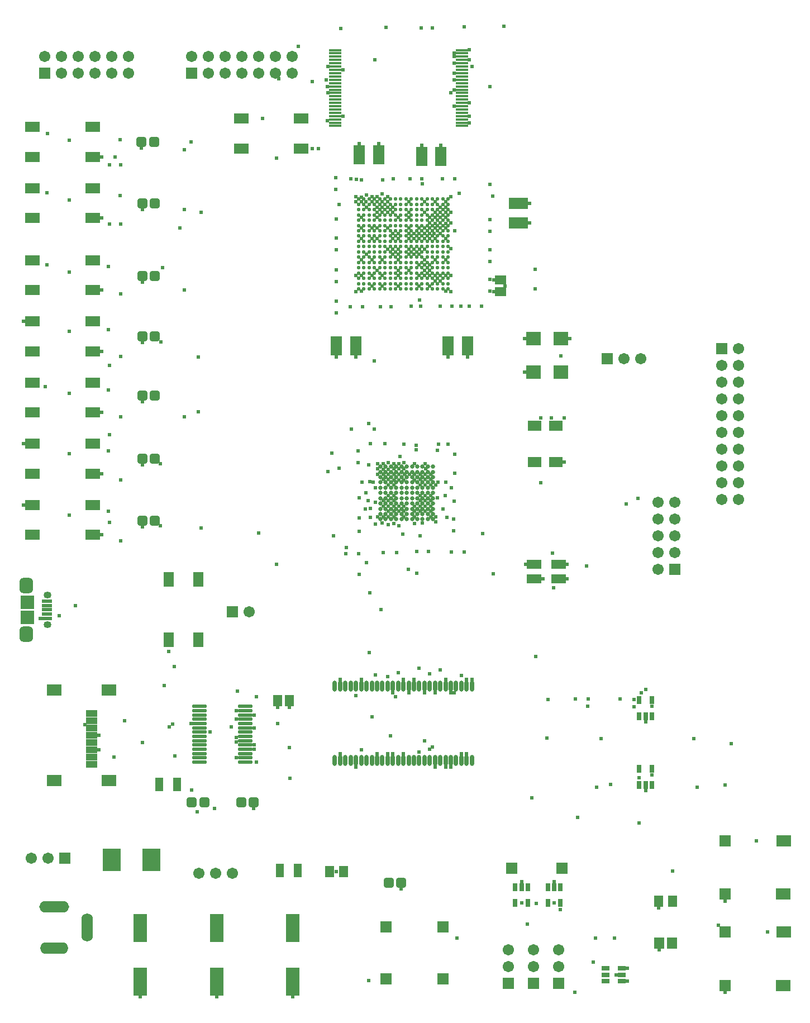
<source format=gts>
%FSTAX23Y23*%
%MOIN*%
%SFA1B1*%

%IPPOS*%
%AMD80*
4,1,8,-0.018700,-0.029000,0.018700,-0.029000,0.029000,-0.018700,0.029000,0.018700,0.018700,0.029000,-0.018700,0.029000,-0.029000,0.018700,-0.029000,-0.018700,-0.018700,-0.029000,0.0*
1,1,0.020504,-0.018700,-0.018700*
1,1,0.020504,0.018700,-0.018700*
1,1,0.020504,0.018700,0.018700*
1,1,0.020504,-0.018700,0.018700*
%
%AMD110*
4,1,8,0.018700,0.045300,-0.018700,0.045300,-0.041400,0.022600,-0.041400,-0.022600,-0.018700,-0.045300,0.018700,-0.045300,0.041400,-0.022600,0.041400,0.022600,0.018700,0.045300,0.0*
1,1,0.045402,0.018700,0.022600*
1,1,0.045402,-0.018700,0.022600*
1,1,0.045402,-0.018700,-0.022600*
1,1,0.045402,0.018700,-0.022600*
%
%ADD77R,0.074929X0.015874*%
%ADD78C,0.025716*%
%ADD79R,0.082803X0.059181*%
G04~CAMADD=80~8~0.0~0.0~580.0~580.0~102.5~0.0~15~0.0~0.0~0.0~0.0~0~0.0~0.0~0.0~0.0~0~0.0~0.0~0.0~180.0~580.0~580.0*
%ADD80D80*%
%ADD81C,0.022173*%
%ADD82R,0.061149X0.069023*%
%ADD83R,0.031622X0.051307*%
%ADD84R,0.057212X0.067055*%
%ADD85R,0.070992X0.118236*%
%ADD86R,0.065086X0.053275*%
%ADD87R,0.086740X0.078866*%
%ADD88R,0.086740X0.055244*%
%ADD89R,0.078866X0.165480*%
%ADD90R,0.051307X0.078866*%
%ADD91R,0.049338X0.031622*%
%ADD92O,0.027685X0.065086*%
%ADD93O,0.090677X0.021779*%
%ADD94R,0.090677X0.063118*%
%ADD95R,0.086740X0.067055*%
%ADD96R,0.067055X0.067055*%
%ADD97R,0.061149X0.023748*%
%ADD98R,0.082803X0.078866*%
%ADD99R,0.063118X0.090677*%
%ADD100R,0.118236X0.070992*%
%ADD101R,0.086740X0.065086*%
%ADD102R,0.067055X0.039496*%
%ADD103R,0.053275X0.065086*%
%ADD104R,0.106425X0.135952*%
%ADD105R,0.067055X0.067055*%
%ADD106C,0.067055*%
%ADD107O,0.178000X0.068000*%
%ADD108O,0.068000X0.168000*%
%ADD109O,0.168000X0.068000*%
G04~CAMADD=110~8~0.0~0.0~828.0~906.8~227.0~0.0~15~0.0~0.0~0.0~0.0~0~0.0~0.0~0.0~0.0~0~0.0~0.0~0.0~0.0~828.0~906.8*
%ADD110D110*%
%ADD111O,0.045401X0.041464*%
%ADD112C,0.023748*%
%LNpcb_take2-1-1*%
%LPD*%
G54D77*
X04688Y08264D03*
Y08283D03*
Y08303D03*
Y08323D03*
Y08342D03*
Y08362D03*
Y08382D03*
Y08401D03*
Y08421D03*
Y08441D03*
Y08461D03*
Y0848D03*
Y085D03*
Y0852D03*
Y08539D03*
Y08559D03*
Y08579D03*
Y08598D03*
Y08618D03*
Y08638D03*
Y08657D03*
Y08677D03*
Y08697D03*
Y08716D03*
X03932Y08264D03*
Y08283D03*
Y08303D03*
Y08323D03*
Y08342D03*
Y08362D03*
Y08382D03*
Y08401D03*
Y08421D03*
Y08441D03*
Y08461D03*
Y0848D03*
Y085D03*
Y0852D03*
Y08539D03*
Y08559D03*
Y08579D03*
Y08598D03*
Y08618D03*
Y08638D03*
Y08657D03*
Y08677D03*
Y08697D03*
Y08716D03*
G54D78*
X04517Y05917D03*
X04485D03*
X04454D03*
X04422D03*
X04391D03*
X0436D03*
X04328D03*
X04297D03*
X04265D03*
X04234D03*
X04202D03*
X04517Y05949D03*
X04485D03*
X04454D03*
X04422D03*
X04391D03*
X0436D03*
X04328D03*
X04297D03*
X04265D03*
X04234D03*
X04202D03*
X04517Y0598D03*
X04485D03*
X04454D03*
X04422D03*
X04391D03*
X0436D03*
X04328D03*
X04297D03*
X04265D03*
X04234D03*
X04202D03*
X04517Y06012D03*
X04485D03*
X04454D03*
X04422D03*
X04391D03*
X0436D03*
X04328D03*
X04297D03*
X04265D03*
X04234D03*
X04202D03*
X04517Y06043D03*
X04485D03*
X04454D03*
X04422D03*
X04391D03*
X0436D03*
X04328D03*
X04297D03*
X04265D03*
X04234D03*
X04202D03*
X04517Y06075D03*
X04485D03*
X04454D03*
X04422D03*
X04391D03*
X0436D03*
X04328D03*
X04297D03*
X04265D03*
X04234D03*
X04202D03*
X04517Y06106D03*
X04485D03*
X04454D03*
X04422D03*
X04391D03*
X0436D03*
X04328D03*
X04297D03*
X04265D03*
X04234D03*
X04202D03*
X04517Y06137D03*
X04485D03*
X04454D03*
X04422D03*
X04391D03*
X0436D03*
X04328D03*
X04297D03*
X04265D03*
X04234D03*
X04202D03*
X04517Y06169D03*
X04485D03*
X04454D03*
X04422D03*
X04391D03*
X0436D03*
X04328D03*
X04297D03*
X04265D03*
X04234D03*
X04202D03*
X04517Y062D03*
X04485D03*
X04454D03*
X04422D03*
X04391D03*
X0436D03*
X04328D03*
X04297D03*
X04265D03*
X04234D03*
X04202D03*
X04517Y06232D03*
X04485D03*
X04454D03*
X04422D03*
X04391D03*
X0436D03*
X04328D03*
X04297D03*
X04265D03*
X04234D03*
X04202D03*
G54D79*
X0525Y0626D03*
Y06476D03*
X05124D03*
Y0626D03*
G54D80*
X02782Y0591D03*
X02857D03*
X03077Y0423D03*
X03152D03*
X03372D03*
X03447D03*
X02782Y0737D03*
X02857D03*
X02782Y0701D03*
X02857D03*
X02782Y06655D03*
X02857D03*
X02782Y0628D03*
X02857D03*
X02777Y0817D03*
X02852D03*
X02782Y07803D03*
X02857D03*
X04327Y0375D03*
X04252D03*
G54D81*
X04072Y07827D03*
X04103D03*
X04135D03*
X04166D03*
X04198D03*
X04229D03*
X04261D03*
X04292D03*
X04324D03*
X04355D03*
X04387D03*
X04418D03*
X0445D03*
X04481D03*
X04513D03*
X04544D03*
X04576D03*
X04607D03*
X04072Y07796D03*
X04103D03*
X04135D03*
X04166D03*
X04198D03*
X04229D03*
X04261D03*
X04292D03*
X04324D03*
X04355D03*
X04387D03*
X04418D03*
X0445D03*
X04481D03*
X04513D03*
X04544D03*
X04576D03*
X04607D03*
X04072Y07764D03*
X04103D03*
X04135D03*
X04166D03*
X04198D03*
X04229D03*
X04261D03*
X04292D03*
X04324D03*
X04355D03*
X04387D03*
X04418D03*
X0445D03*
X04481D03*
X04513D03*
X04544D03*
X04576D03*
X04607D03*
X04072Y07733D03*
X04103D03*
X04135D03*
X04166D03*
X04198D03*
X04229D03*
X04261D03*
X04292D03*
X04324D03*
X04355D03*
X04387D03*
X04418D03*
X0445D03*
X04481D03*
X04513D03*
X04544D03*
X04576D03*
X04607D03*
X04072Y07701D03*
X04103D03*
X04135D03*
X04166D03*
X04198D03*
X04229D03*
X04261D03*
X04292D03*
X04324D03*
X04355D03*
X04387D03*
X04418D03*
X0445D03*
X04481D03*
X04513D03*
X04544D03*
X04576D03*
X04607D03*
X04072Y0767D03*
X04103D03*
X04135D03*
X04166D03*
X04198D03*
X04229D03*
X04261D03*
X04292D03*
X04324D03*
X04355D03*
X04387D03*
X04418D03*
X0445D03*
X04481D03*
X04513D03*
X04544D03*
X04576D03*
X04607D03*
X04072Y07638D03*
X04103D03*
X04135D03*
X04166D03*
X04198D03*
X04229D03*
X04261D03*
X04292D03*
X04324D03*
X04355D03*
X04387D03*
X04418D03*
X0445D03*
X04481D03*
X04513D03*
X04544D03*
X04576D03*
X04607D03*
X04072Y07607D03*
X04103D03*
X04135D03*
X04166D03*
X04198D03*
X04229D03*
X04261D03*
X04292D03*
X04324D03*
X04355D03*
X04387D03*
X04418D03*
X0445D03*
X04481D03*
X04513D03*
X04544D03*
X04576D03*
X04607D03*
X04072Y07575D03*
X04103D03*
X04135D03*
X04166D03*
X04198D03*
X04229D03*
X04261D03*
X04292D03*
X04324D03*
X04355D03*
X04387D03*
X04418D03*
X0445D03*
X04481D03*
X04513D03*
X04544D03*
X04576D03*
X04607D03*
X04072Y07544D03*
X04103D03*
X04135D03*
X04166D03*
X04198D03*
X04229D03*
X04261D03*
X04292D03*
X04324D03*
X04355D03*
X04387D03*
X04418D03*
X0445D03*
X04481D03*
X04513D03*
X04544D03*
X04576D03*
X04607D03*
X04072Y07512D03*
X04103D03*
X04135D03*
X04166D03*
X04198D03*
X04229D03*
X04261D03*
X04292D03*
X04324D03*
X04355D03*
X04387D03*
X04418D03*
X0445D03*
X04481D03*
X04513D03*
X04544D03*
X04576D03*
X04607D03*
X04072Y07481D03*
X04103D03*
X04135D03*
X04166D03*
X04198D03*
X04229D03*
X04261D03*
X04292D03*
X04324D03*
X04355D03*
X04387D03*
X04418D03*
X0445D03*
X04481D03*
X04513D03*
X04544D03*
X04576D03*
X04607D03*
X04072Y07449D03*
X04103D03*
X04135D03*
X04166D03*
X04198D03*
X04229D03*
X04261D03*
X04292D03*
X04324D03*
X04355D03*
X04387D03*
X04418D03*
X0445D03*
X04481D03*
X04513D03*
X04544D03*
X04576D03*
X04607D03*
X04072Y07418D03*
X04103D03*
X04135D03*
X04166D03*
X04198D03*
X04229D03*
X04261D03*
X04292D03*
X04324D03*
X04355D03*
X04387D03*
X04418D03*
X0445D03*
X04481D03*
X04513D03*
X04544D03*
X04576D03*
X04607D03*
X04072Y07386D03*
X04103D03*
X04135D03*
X04166D03*
X04198D03*
X04229D03*
X04261D03*
X04292D03*
X04324D03*
X04355D03*
X04387D03*
X04418D03*
X0445D03*
X04481D03*
X04513D03*
X04544D03*
X04576D03*
X04607D03*
X04072Y07355D03*
X04103D03*
X04135D03*
X04166D03*
X04198D03*
X04229D03*
X04261D03*
X04292D03*
X04324D03*
X04355D03*
X04387D03*
X04418D03*
X0445D03*
X04481D03*
X04513D03*
X04544D03*
X04576D03*
X04607D03*
X04072Y07323D03*
X04103D03*
X04135D03*
X04166D03*
X04198D03*
X04229D03*
X04261D03*
X04292D03*
X04324D03*
X04355D03*
X04387D03*
X04418D03*
X0445D03*
X04481D03*
X04513D03*
X04544D03*
X04576D03*
X04607D03*
X04072Y07292D03*
X04103D03*
X04135D03*
X04166D03*
X04198D03*
X04229D03*
X04261D03*
X04292D03*
X04324D03*
X04355D03*
X04387D03*
X04418D03*
X0445D03*
X04481D03*
X04513D03*
X04544D03*
X04576D03*
X04607D03*
G54D82*
X05865Y0339D03*
X05944D03*
G54D83*
X05747Y04837D03*
X05822D03*
Y04742D03*
X05785D03*
X05747D03*
Y04427D03*
X05822D03*
Y04332D03*
X05785D03*
X05747D03*
X05082Y03722D03*
X05045D03*
X05007D03*
Y03627D03*
X05082D03*
X05277Y03722D03*
X0524D03*
X05202D03*
Y03627D03*
X05277D03*
G54D84*
X05946Y0364D03*
X05863D03*
X03898Y03815D03*
X03981D03*
G54D85*
X04055Y06951D03*
X03939D03*
X04564Y08083D03*
X04448D03*
X04075Y08092D03*
X04191D03*
X04723Y06951D03*
X04606D03*
G54D86*
X0492Y07345D03*
Y07274D03*
G54D87*
X05115Y06795D03*
Y06995D03*
X0528Y06795D03*
Y06995D03*
G54D88*
X05265Y0565D03*
X05119D03*
Y05563D03*
X05265D03*
G54D89*
X0277Y0316D03*
Y03478D03*
X03225Y0316D03*
Y03478D03*
X0368Y0316D03*
Y03478D03*
G54D90*
X03708Y03823D03*
X03601D03*
X02988Y04335D03*
X02881D03*
G54D91*
X05643Y03237D03*
Y032D03*
Y03162D03*
X05546D03*
Y032D03*
Y03237D03*
G54D92*
X0393Y04477D03*
X03962D03*
X03993D03*
X04025D03*
X04056D03*
X04088D03*
X04119D03*
X04151D03*
X04182D03*
X04214D03*
X04245D03*
X04277D03*
X04308D03*
X0434D03*
X04371D03*
X04402D03*
X04434D03*
X04465D03*
X04497D03*
X04528D03*
X0456D03*
X04591D03*
X04623D03*
X04654D03*
X04686D03*
X04717D03*
X04749D03*
X0393Y04922D03*
X03962D03*
X03993D03*
X04025D03*
X04056D03*
X04088D03*
X04119D03*
X04151D03*
X04182D03*
X04214D03*
X04245D03*
X04277D03*
X04308D03*
X0434D03*
X04371D03*
X04402D03*
X04434D03*
X04465D03*
X04497D03*
X04528D03*
X0456D03*
X04591D03*
X04623D03*
X04654D03*
X04686D03*
X04717D03*
X04749D03*
G54D93*
X03124Y04801D03*
Y04775D03*
Y0475D03*
Y04724D03*
Y04698D03*
Y04673D03*
Y04647D03*
Y04622D03*
Y04596D03*
Y04571D03*
Y04545D03*
Y04519D03*
Y04494D03*
Y04468D03*
X03395Y04801D03*
Y04775D03*
Y0475D03*
Y04724D03*
Y04698D03*
Y04673D03*
Y04647D03*
Y04622D03*
Y04596D03*
Y04571D03*
Y04545D03*
Y04519D03*
Y04494D03*
Y04468D03*
G54D94*
X02485Y06002D03*
X02126D03*
Y05825D03*
X02485D03*
Y06367D03*
X02126D03*
Y0619D03*
X02485D03*
Y06732D03*
X02126D03*
Y06555D03*
X02485D03*
Y07097D03*
X02126D03*
Y0692D03*
X02485D03*
Y07462D03*
X02126D03*
Y07285D03*
X02485D03*
Y07892D03*
X02126D03*
Y07715D03*
X02485D03*
Y08257D03*
X02126D03*
Y0808D03*
X02485D03*
X0373Y08307D03*
X03371D03*
Y0813D03*
X0373D03*
G54D95*
X06606Y03136D03*
X06608Y03455D03*
X06606Y03681D03*
X06608Y04D03*
G54D96*
X0626Y03136D03*
Y03455D03*
Y03681D03*
Y04D03*
X05265Y0315D03*
X05116D03*
X04967D03*
X0624Y06935D03*
X0596Y0562D03*
G54D97*
X02213Y05377D03*
Y05402D03*
Y05428D03*
Y05351D03*
Y05326D03*
G54D98*
X02096Y05422D03*
Y05332D03*
G54D99*
X03117Y052D03*
Y05558D03*
X0294D03*
Y052D03*
G54D100*
X05025Y07803D03*
Y07686D03*
G54D101*
X02256Y049D03*
X02583D03*
Y04358D03*
X02256D03*
G54D102*
X0248Y04758D03*
Y04714D03*
Y04671D03*
Y04628D03*
Y04585D03*
Y04541D03*
Y04498D03*
Y04455D03*
G54D103*
X0366Y04835D03*
X03589D03*
G54D104*
X02836Y03886D03*
X026D03*
G54D105*
X0332Y05365D03*
X03075Y0858D03*
X0232Y03895D03*
X04235Y03175D03*
X04575D03*
X04235Y03485D03*
X04575D03*
X022Y0858D03*
X05285Y03835D03*
X04985D03*
X05555Y06875D03*
G54D106*
X0342Y05365D03*
X03675Y0868D03*
Y0858D03*
X03575Y0868D03*
Y0858D03*
X03475Y0868D03*
Y0858D03*
X03375Y0868D03*
Y0858D03*
X03275Y0868D03*
Y0858D03*
X03175Y0868D03*
Y0858D03*
X03075Y0868D03*
X05265Y0335D03*
Y0325D03*
X0212Y03895D03*
X0222D03*
X05116Y0335D03*
Y0325D03*
X04967Y0335D03*
Y0325D03*
X022Y0868D03*
X023Y0858D03*
Y0868D03*
X024Y0858D03*
Y0868D03*
X025Y0858D03*
Y0868D03*
X026Y0858D03*
Y0868D03*
X027Y0858D03*
Y0868D03*
X05755Y06875D03*
X05655D03*
X0634Y06035D03*
X0624D03*
X0634Y06135D03*
X0624D03*
X0634Y06235D03*
X0624D03*
X0634Y06335D03*
X0624D03*
X0634Y06435D03*
X0624D03*
X0634Y06535D03*
X0624D03*
X0634Y06635D03*
X0624D03*
X0634Y06735D03*
X0624D03*
X0634Y06835D03*
X0624D03*
X0634Y06935D03*
X0586Y0562D03*
X0596Y0572D03*
X0586D03*
X0596Y0582D03*
X0586D03*
X0596Y0592D03*
X0586D03*
X0596Y0602D03*
X0586D03*
X0332Y03805D03*
X0322D03*
X0312D03*
G54D107*
X02255Y03604D03*
G54D108*
X02451Y03482D03*
G54D109*
X02255Y0336D03*
G54D110*
X02089Y05233D03*
Y05521D03*
G54D111*
X02215Y05465D03*
Y05289D03*
G54D112*
X05277Y03588D03*
X0394Y03815D03*
X0524Y03628D03*
X05045D03*
X04939Y0886D03*
X04704Y08855D03*
X04512Y08849D03*
X04235Y08851D03*
X04564Y0815D03*
X05091Y07803D03*
X04574Y07949D03*
X04379D03*
X04075Y08159D03*
X04855Y07705D03*
X04591Y07811D03*
X04528D03*
X05126Y07408D03*
X04591Y07717D03*
X04371Y07811D03*
X04465Y07748D03*
X04497Y07717D03*
X04528Y07654D03*
X04182Y07811D03*
X04855Y07454D03*
X04371Y07717D03*
X04591Y07591D03*
X04245Y07748D03*
X04308Y07717D03*
X03935Y07884D03*
X04879Y07345D03*
X04056Y07811D03*
X04497Y07591D03*
X04182Y07717D03*
X04855Y0735D03*
X05331Y06995D03*
X04088Y07717D03*
X04528Y07465D03*
X02586Y08032D03*
X04591Y07371D03*
X0394Y07709D03*
X04497Y07402D03*
X04308Y07465D03*
X04528Y07339D03*
X04805Y0719D03*
X04434Y07371D03*
X04371Y07402D03*
X04308D03*
X04497Y07308D03*
X04151Y07465D03*
X04182Y07402D03*
X04214Y07371D03*
X04308Y07308D03*
X04559Y0719D03*
X04088Y07371D03*
X04151Y07308D03*
X04723Y06885D03*
X0394Y07405D03*
X02586Y07677D03*
X04204Y07185D03*
X04095D03*
X0394Y07149D03*
X04055Y06885D03*
X02653Y07262D03*
X04605Y06364D03*
X04647Y06304D03*
X05822Y04803D03*
X04344Y06364D03*
X05822Y04393D03*
X02653Y06887D03*
X04407Y06153D03*
X04438Y06059D03*
X04312Y06153D03*
X04876Y05592D03*
X0407Y06325D03*
X04438Y06027D03*
X04407Y05996D03*
X04281Y06027D03*
X04625Y05722D03*
X04077Y06045D03*
X0449Y05725D03*
X02653Y06527D03*
X05196Y04613D03*
X04299Y05717D03*
X04077Y05845D03*
X03995Y05712D03*
X04717Y04962D03*
X02653Y06152D03*
X05133Y03626D03*
X05078Y03502D03*
X04371Y04882D03*
X0434Y04962D03*
X04623Y04437D03*
X02653Y05787D03*
X03962Y04517D03*
X03663Y04372D03*
X03447Y04193D03*
X02522Y04628D03*
X04643Y08539D03*
X04734Y08323D03*
X0561Y032D03*
X04402Y07622D03*
X04245Y07654D03*
X04308Y07622D03*
X04371Y07591D03*
X04402Y07528D03*
X04277Y07591D03*
X04308Y07528D03*
X04371Y07497D03*
X04277D03*
X05675Y03162D03*
X04643Y08697D03*
Y08579D03*
X03966Y08846D03*
X04643Y08382D03*
X04734Y08283D03*
X03978Y08598D03*
X03887Y085D03*
X04855Y07915D03*
X04645Y07949D03*
X04448Y0815D03*
X05091Y07686D03*
X0445Y07949D03*
X04191Y08159D03*
X04623Y07843D03*
X0428Y07949D03*
X04855Y07634D03*
X0456Y0778D03*
X04465Y07811D03*
X04528Y07717D03*
X04855Y07525D03*
X04591Y07654D03*
X03935Y07955D03*
X04245Y07811D03*
X04371Y07748D03*
X05126Y07291D03*
X03581Y08071D03*
X04056Y07843D03*
X04434Y07654D03*
X02346Y08178D03*
X02777Y08133D03*
X04119Y0778D03*
X04528Y07591D03*
X04182Y07748D03*
X04879Y07274D03*
X04371Y07622D03*
X04591Y07465D03*
X04402Y07591D03*
X04277Y07622D03*
X04182Y07654D03*
X04308Y07591D03*
X04855Y07279D03*
X04371Y07528D03*
X04402Y07497D03*
X04623Y07371D03*
X04088Y07654D03*
X04277Y07528D03*
X04465Y07434D03*
X04308Y07497D03*
X0456Y07371D03*
X04434Y07434D03*
X04151Y07591D03*
X0456Y07339D03*
X04497Y07371D03*
X04623Y07276D03*
X04214Y07465D03*
X0394Y07595D03*
X04734Y0719D03*
X04308Y07371D03*
X04434Y07308D03*
X04088Y07465D03*
X0265Y07849D03*
X0463Y0719D03*
X05064Y06795D03*
X04151Y07371D03*
X02346Y07823D03*
X04214Y07308D03*
X02782Y07766D03*
X04056Y07371D03*
Y07276D03*
X05158Y06521D03*
X04606Y06885D03*
X0394Y07334D03*
Y0722D03*
X04024Y07185D03*
X02579Y07424D03*
X05158Y06136D03*
X06258Y04333D03*
X02346Y07393D03*
X02782Y07333D03*
X03939Y06885D03*
X0626Y03639D03*
Y03094D03*
X05228Y05716D03*
X05785Y04709D03*
X05316Y05563D03*
X02579Y07049D03*
X05068Y0565D03*
X02346Y07038D03*
X02782Y06973D03*
X0423Y06369D03*
X05236Y05508D03*
X04642Y06025D03*
X05785Y04299D03*
X04407Y06185D03*
X0447Y06059D03*
X04639Y05849D03*
X05863Y03598D03*
X0447Y06027D03*
X04281Y06153D03*
X05519Y0461D03*
X05865Y03347D03*
X04501Y05933D03*
X0407Y06254D03*
X04344Y05996D03*
X04704Y05722D03*
X04407Y05933D03*
X04249Y06027D03*
X0513Y05097D03*
X02579Y06689D03*
X04281Y05933D03*
X02782Y06618D03*
X02346Y06668D03*
X05201Y04843D03*
X05675Y03237D03*
X05599Y03419D03*
X04419Y05725D03*
X04077Y05924D03*
X05485Y03419D03*
X0422Y05717D03*
X05473Y03274D03*
X02579Y06324D03*
X04074Y05712D03*
X02782Y06243D03*
X02346Y06308D03*
X0524Y03755D03*
X05107Y04255D03*
X04623Y04882D03*
X05045Y03755D03*
X04717Y04517D03*
X04402Y04962D03*
X02579Y05964D03*
X02782Y05873D03*
X02346Y05943D03*
X0434Y04517D03*
X03962Y04962D03*
X04277Y04517D03*
X04056Y04437D03*
X04327Y03713D03*
X03589Y04794D03*
X0335Y04892D03*
X02174Y05326D03*
X0366Y04554D03*
X03342Y04775D03*
X03448Y0475D03*
X03342Y04724D03*
X02912Y04925D03*
X03448Y04545D03*
X0368Y03069D03*
X02522Y04541D03*
X03225Y03069D03*
X0277D03*
X04734Y08717D03*
Y08402D03*
X03888Y08619D03*
Y08461D03*
X03978Y08323D03*
X04371Y07654D03*
X04434Y07591D03*
X04151Y07654D03*
X04183Y07591D03*
X04246Y07529D03*
X04088Y07591D03*
X0394Y07525D03*
X02964Y04695D03*
X0466Y03418D03*
X02538Y05825D03*
X02538Y0619D03*
X03071Y0817D03*
X05173Y05563D03*
X03006Y07654D03*
X05444Y04845D03*
X05716Y04843D03*
X02904Y07417D03*
X02893Y06974D03*
X06445Y04D03*
X02538Y0692D03*
X02888Y05879D03*
Y06249D03*
X04626Y06104D03*
X03213Y04193D03*
X03832Y0813D03*
X02538Y06555D03*
X06297Y0458D03*
X02074Y06002D03*
Y06367D03*
Y07097D03*
X04532Y06122D03*
X05747Y04104D03*
X05786Y04902D03*
X02943Y04678D03*
X03077Y04303D03*
X03887Y08295D03*
X05747Y04375D03*
X06071Y0461D03*
X02971Y05038D03*
X05316Y0565D03*
X03449Y04571D03*
X04439Y05818D03*
X04529Y07749D03*
X06219Y03496D03*
X04368Y05618D03*
X04407Y05965D03*
X04591Y06137D03*
X04267Y07185D03*
X0455Y06364D03*
X04218Y06248D03*
X03912Y06312D03*
X04512Y04558D03*
X04502Y06028D03*
X04465Y07623D03*
X04281Y06122D03*
Y05893D03*
X0456Y07717D03*
X04435Y07225D03*
X04442Y0719D03*
X0456Y07623D03*
X0425Y06059D03*
X04308Y05002D03*
X03477Y05834D03*
X04437Y07527D03*
X04143Y06369D03*
X02538Y07285D03*
X04056Y04866D03*
X04647Y06193D03*
X04545Y06137D03*
X04434Y04529D03*
X03131Y07749D03*
X04151Y07812D03*
X0265Y08181D03*
X02538Y07715D03*
X04214Y0778D03*
X03956Y07796D03*
X04182Y07779D03*
X04183Y07842D03*
X04027Y07949D03*
X04277Y0778D03*
X0409Y07941D03*
X04217D03*
X04407Y05893D03*
X0544Y04803D03*
X03879Y08539D03*
X03596Y08544D03*
X0412Y07851D03*
X04734Y08657D03*
X04644Y08677D03*
Y08638D03*
X04168Y08657D03*
X04466Y07371D03*
X04945Y0731D03*
X04592Y07277D03*
X04871Y07844D03*
X03342Y04614D03*
X03463Y04468D03*
X02286Y05342D03*
X04439Y06154D03*
X04438Y06122D03*
X04439Y06185D03*
X02782Y04585D03*
X04218Y05933D03*
X04344Y06217D03*
X04415Y06332D03*
X04387Y0719D03*
X04497Y07686D03*
X04439Y05965D03*
X04623Y07686D03*
X03888Y06201D03*
X04218Y06216D03*
X0425Y06122D03*
X04686Y04986D03*
X04344Y05966D03*
X04319Y06293D03*
X0567Y0601D03*
X0425Y05996D03*
Y05965D03*
X0412Y07497D03*
X04093Y0614D03*
X04497Y07622D03*
X04115Y06075D03*
X0456Y07654D03*
X04281Y06059D03*
X04376Y06185D03*
X04281Y06217D03*
X04088Y04962D03*
X04502Y06122D03*
X04277Y04882D03*
X04313Y06248D03*
X04119Y05658D03*
X04501Y06154D03*
X04575Y05977D03*
X04528Y04437D03*
X0456Y0502D03*
X04245Y04518D03*
X04501Y06185D03*
X0447Y06248D03*
X04291Y04857D03*
X04312Y05996D03*
X03116Y06884D03*
X0425Y06154D03*
X04599Y0593D03*
X03463Y04859D03*
X05493Y04317D03*
X06091D03*
X04674Y07862D03*
X04748Y08618D03*
X0456Y07749D03*
X04644Y0848D03*
X04529Y07371D03*
X04857Y085D03*
X03071Y04699D03*
X03313Y04678D03*
X03185Y04647D03*
X03449Y04673D03*
X02976Y04504D03*
X0366Y04795D03*
X03343Y04589D03*
X04591Y04963D03*
X04171Y06106D03*
Y0602D03*
X04623Y07531D03*
X04591Y04437D03*
X04186Y06217D03*
X0425Y05886D03*
X04592Y0778D03*
X04218Y05996D03*
X0244Y04693D03*
X02611Y04498D03*
X04138Y05478D03*
X04211Y05894D03*
X02675Y04714D03*
X02384Y05402D03*
X03343Y04494D03*
X03116Y06559D03*
X04336Y05828D03*
X06514Y03455D03*
X0447Y05996D03*
X05433Y05639D03*
X04344Y06256D03*
X04621Y08461D03*
X04446Y0885D03*
X04451Y0792D03*
X04466Y07403D03*
X04811Y05832D03*
X04434Y07497D03*
X0528Y06892D03*
X05064Y06995D03*
X05634Y04844D03*
X05946Y0382D03*
X05366Y04845D03*
X0576Y04883D03*
X05716Y04799D03*
X05576Y04334D03*
X0538Y04138D03*
X04588Y06057D03*
X0464Y0592D03*
X03499Y08307D03*
X03795Y0813D03*
X04088Y07277D03*
X02202Y0671D03*
X02212Y07435D03*
Y07865D03*
X02215Y0822D03*
X03589Y04698D03*
X0294Y05128D03*
X04344Y05933D03*
X04502Y05996D03*
X04277Y07749D03*
X04245Y07843D03*
X04246Y0778D03*
X03712Y08739D03*
X04214Y07859D03*
Y07811D03*
X04151Y07843D03*
X04059Y07946D03*
X04115Y07812D03*
X02653Y07677D03*
X02538Y0808D03*
X04214Y07749D03*
X02653Y08032D03*
X02618Y0808D03*
X03033Y07764D03*
X04088Y07839D03*
X03033Y08121D03*
X04088Y07812D03*
X04407Y06248D03*
X05739Y06041D03*
X04502Y06059D03*
X04281Y06185D03*
X04313Y06185D03*
Y06217D03*
X04439Y05996D03*
X04502Y05965D03*
X02586Y059D03*
X0447Y05965D03*
X04533Y05933D03*
Y05902D03*
X02586Y06423D03*
Y06834D03*
X04541Y06327D03*
X04313Y05879D03*
X03131Y05864D03*
X03033Y06527D03*
X04313Y05965D03*
X03033Y07286D03*
X04281Y05996D03*
X04497Y07434D03*
X04683Y0719D03*
X04263Y04626D03*
X04345Y06184D03*
X04466Y07466D03*
X04343Y06153D03*
X0414Y06143D03*
X03998Y05748D03*
X0442Y05594D03*
X0416Y06137D03*
X04076Y05588D03*
X04749Y04963D03*
X04218Y06154D03*
X04453Y05896D03*
X04686Y04518D03*
X03582Y05647D03*
X04187Y06185D03*
X04218D03*
X04644Y04883D03*
X04088Y04542D03*
X04187Y06248D03*
X0425Y06256D03*
X03957Y06223D03*
X0425Y06216D03*
X04131Y06242D03*
X04141Y05983D03*
X0425Y06185D03*
X04281Y06248D03*
X04141Y05928D03*
X04466Y07591D03*
X04131Y06487D03*
X04218Y06028D03*
X04113Y05979D03*
X04245Y04979D03*
X04165Y06861D03*
X04524Y07623D03*
X04165Y06454D03*
X0403D03*
X0413Y06027D03*
X04174Y04987D03*
X04592Y07681D03*
X03921Y05819D03*
X0447Y06154D03*
X04151Y0474D03*
X04465Y07529D03*
X0447Y06185D03*
X04471Y06217D03*
X04183Y04518D03*
X04645Y07638D03*
X04466Y07654D03*
X04434Y07623D03*
X04465Y04595D03*
X04497Y04544D03*
X0447Y06122D03*
X04415Y06357D03*
X04623Y07749D03*
X04541Y06044D03*
X04592Y07749D03*
X04497Y07654D03*
X04528Y04882D03*
X04497Y04996D03*
X04465Y04882D03*
X04135Y05122D03*
X0456Y07686D03*
X0425Y05933D03*
X04281Y05965D03*
X04206Y05378D03*
X04434Y0503D03*
X04528Y07683D03*
X05299Y06522D03*
X05221D03*
X04187Y05933D03*
X05299Y0626D03*
X04173Y05888D03*
X05361Y03094D03*
X04133Y03166D03*
X03796Y0853D03*
X03109Y04172D03*
M02*
</source>
